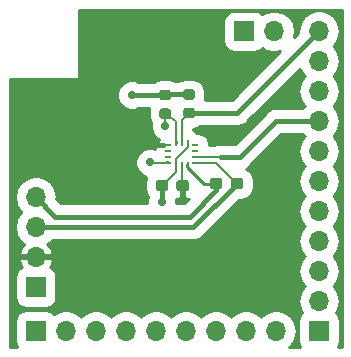
<source format=gbr>
G04 #@! TF.GenerationSoftware,KiCad,Pcbnew,(5.0.1)-3*
G04 #@! TF.CreationDate,2019-09-28T19:11:44-04:00*
G04 #@! TF.ProjectId,BMI160_Breakout,424D493136305F427265616B6F75742E,rev?*
G04 #@! TF.SameCoordinates,Original*
G04 #@! TF.FileFunction,Copper,L1,Top,Signal*
G04 #@! TF.FilePolarity,Positive*
%FSLAX46Y46*%
G04 Gerber Fmt 4.6, Leading zero omitted, Abs format (unit mm)*
G04 Created by KiCad (PCBNEW (5.0.1)-3) date 9/28/2019 7:11:45 PM*
%MOMM*%
%LPD*%
G01*
G04 APERTURE LIST*
G04 #@! TA.AperFunction,ComponentPad*
%ADD10O,1.700000X1.700000*%
G04 #@! TD*
G04 #@! TA.AperFunction,ComponentPad*
%ADD11R,1.700000X1.700000*%
G04 #@! TD*
G04 #@! TA.AperFunction,SMDPad,CuDef*
%ADD12R,0.250000X0.475000*%
G04 #@! TD*
G04 #@! TA.AperFunction,SMDPad,CuDef*
%ADD13R,0.475000X0.250000*%
G04 #@! TD*
G04 #@! TA.AperFunction,Conductor*
%ADD14C,0.100000*%
G04 #@! TD*
G04 #@! TA.AperFunction,SMDPad,CuDef*
%ADD15C,0.875000*%
G04 #@! TD*
G04 #@! TA.AperFunction,SMDPad,CuDef*
%ADD16C,0.950000*%
G04 #@! TD*
G04 #@! TA.AperFunction,ViaPad*
%ADD17C,0.700000*%
G04 #@! TD*
G04 #@! TA.AperFunction,Conductor*
%ADD18C,0.203200*%
G04 #@! TD*
G04 #@! TA.AperFunction,Conductor*
%ADD19C,0.457200*%
G04 #@! TD*
G04 #@! TA.AperFunction,Conductor*
%ADD20C,0.250000*%
G04 #@! TD*
G04 #@! TA.AperFunction,Conductor*
%ADD21C,0.254000*%
G04 #@! TD*
G04 APERTURE END LIST*
D10*
G04 #@! TO.P,J3,2*
G04 #@! TO.N,/SWDCLK*
X206230000Y-72330000D03*
D11*
G04 #@! TO.P,J3,1*
G04 #@! TO.N,/SWDIO*
X203690000Y-72330000D03*
G04 #@! TD*
D12*
G04 #@! TO.P,U1,14*
G04 #@! TO.N,/BMI_SDA*
X197900000Y-81788000D03*
G04 #@! TO.P,U1,13*
G04 #@! TO.N,/BMI_SCL*
X198400000Y-81788000D03*
G04 #@! TO.P,U1,12*
G04 #@! TO.N,DVDD*
X198900000Y-81788000D03*
D13*
G04 #@! TO.P,U1,11*
G04 #@! TO.N,Net-(U1-Pad11)*
X199562000Y-81950000D03*
G04 #@! TO.P,U1,10*
G04 #@! TO.N,Net-(U1-Pad10)*
X199562000Y-82450000D03*
G04 #@! TO.P,U1,9*
G04 #@! TO.N,/BMI_INT2*
X199562000Y-82950000D03*
G04 #@! TO.P,U1,8*
G04 #@! TO.N,AVDD*
X199562000Y-83450000D03*
D12*
G04 #@! TO.P,U1,7*
G04 #@! TO.N,AGND*
X198900000Y-83612000D03*
G04 #@! TO.P,U1,6*
G04 #@! TO.N,DGND*
X198400000Y-83612000D03*
G04 #@! TO.P,U1,5*
G04 #@! TO.N,DVDD*
X197900000Y-83612000D03*
D13*
G04 #@! TO.P,U1,4*
G04 #@! TO.N,/BMI_INT1*
X197238000Y-83450000D03*
G04 #@! TO.P,U1,3*
G04 #@! TO.N,Net-(U1-Pad3)*
X197238000Y-82950000D03*
G04 #@! TO.P,U1,2*
G04 #@! TO.N,Net-(U1-Pad2)*
X197238000Y-82450000D03*
G04 #@! TO.P,U1,1*
G04 #@! TO.N,DGND*
X197238000Y-81950000D03*
G04 #@! TD*
D14*
G04 #@! TO.N,DVDD*
G04 #@! TO.C,R1*
G36*
X197267691Y-77293553D02*
X197288926Y-77296703D01*
X197309750Y-77301919D01*
X197329962Y-77309151D01*
X197349368Y-77318330D01*
X197367781Y-77329366D01*
X197385024Y-77342154D01*
X197400930Y-77356570D01*
X197415346Y-77372476D01*
X197428134Y-77389719D01*
X197439170Y-77408132D01*
X197448349Y-77427538D01*
X197455581Y-77447750D01*
X197460797Y-77468574D01*
X197463947Y-77489809D01*
X197465000Y-77511250D01*
X197465000Y-77948750D01*
X197463947Y-77970191D01*
X197460797Y-77991426D01*
X197455581Y-78012250D01*
X197448349Y-78032462D01*
X197439170Y-78051868D01*
X197428134Y-78070281D01*
X197415346Y-78087524D01*
X197400930Y-78103430D01*
X197385024Y-78117846D01*
X197367781Y-78130634D01*
X197349368Y-78141670D01*
X197329962Y-78150849D01*
X197309750Y-78158081D01*
X197288926Y-78163297D01*
X197267691Y-78166447D01*
X197246250Y-78167500D01*
X196733750Y-78167500D01*
X196712309Y-78166447D01*
X196691074Y-78163297D01*
X196670250Y-78158081D01*
X196650038Y-78150849D01*
X196630632Y-78141670D01*
X196612219Y-78130634D01*
X196594976Y-78117846D01*
X196579070Y-78103430D01*
X196564654Y-78087524D01*
X196551866Y-78070281D01*
X196540830Y-78051868D01*
X196531651Y-78032462D01*
X196524419Y-78012250D01*
X196519203Y-77991426D01*
X196516053Y-77970191D01*
X196515000Y-77948750D01*
X196515000Y-77511250D01*
X196516053Y-77489809D01*
X196519203Y-77468574D01*
X196524419Y-77447750D01*
X196531651Y-77427538D01*
X196540830Y-77408132D01*
X196551866Y-77389719D01*
X196564654Y-77372476D01*
X196579070Y-77356570D01*
X196594976Y-77342154D01*
X196612219Y-77329366D01*
X196630632Y-77318330D01*
X196650038Y-77309151D01*
X196670250Y-77301919D01*
X196691074Y-77296703D01*
X196712309Y-77293553D01*
X196733750Y-77292500D01*
X197246250Y-77292500D01*
X197267691Y-77293553D01*
X197267691Y-77293553D01*
G37*
D15*
G04 #@! TD*
G04 #@! TO.P,R1,2*
G04 #@! TO.N,DVDD*
X196990000Y-77730000D03*
D14*
G04 #@! TO.N,/BMI_SDA*
G04 #@! TO.C,R1*
G36*
X197267691Y-78868553D02*
X197288926Y-78871703D01*
X197309750Y-78876919D01*
X197329962Y-78884151D01*
X197349368Y-78893330D01*
X197367781Y-78904366D01*
X197385024Y-78917154D01*
X197400930Y-78931570D01*
X197415346Y-78947476D01*
X197428134Y-78964719D01*
X197439170Y-78983132D01*
X197448349Y-79002538D01*
X197455581Y-79022750D01*
X197460797Y-79043574D01*
X197463947Y-79064809D01*
X197465000Y-79086250D01*
X197465000Y-79523750D01*
X197463947Y-79545191D01*
X197460797Y-79566426D01*
X197455581Y-79587250D01*
X197448349Y-79607462D01*
X197439170Y-79626868D01*
X197428134Y-79645281D01*
X197415346Y-79662524D01*
X197400930Y-79678430D01*
X197385024Y-79692846D01*
X197367781Y-79705634D01*
X197349368Y-79716670D01*
X197329962Y-79725849D01*
X197309750Y-79733081D01*
X197288926Y-79738297D01*
X197267691Y-79741447D01*
X197246250Y-79742500D01*
X196733750Y-79742500D01*
X196712309Y-79741447D01*
X196691074Y-79738297D01*
X196670250Y-79733081D01*
X196650038Y-79725849D01*
X196630632Y-79716670D01*
X196612219Y-79705634D01*
X196594976Y-79692846D01*
X196579070Y-79678430D01*
X196564654Y-79662524D01*
X196551866Y-79645281D01*
X196540830Y-79626868D01*
X196531651Y-79607462D01*
X196524419Y-79587250D01*
X196519203Y-79566426D01*
X196516053Y-79545191D01*
X196515000Y-79523750D01*
X196515000Y-79086250D01*
X196516053Y-79064809D01*
X196519203Y-79043574D01*
X196524419Y-79022750D01*
X196531651Y-79002538D01*
X196540830Y-78983132D01*
X196551866Y-78964719D01*
X196564654Y-78947476D01*
X196579070Y-78931570D01*
X196594976Y-78917154D01*
X196612219Y-78904366D01*
X196630632Y-78893330D01*
X196650038Y-78884151D01*
X196670250Y-78876919D01*
X196691074Y-78871703D01*
X196712309Y-78868553D01*
X196733750Y-78867500D01*
X197246250Y-78867500D01*
X197267691Y-78868553D01*
X197267691Y-78868553D01*
G37*
D15*
G04 #@! TD*
G04 #@! TO.P,R1,1*
G04 #@! TO.N,/BMI_SDA*
X196990000Y-79305000D03*
D14*
G04 #@! TO.N,AVDD*
G04 #@! TO.C,C1*
G36*
X203380779Y-84746144D02*
X203403834Y-84749563D01*
X203426443Y-84755227D01*
X203448387Y-84763079D01*
X203469457Y-84773044D01*
X203489448Y-84785026D01*
X203508168Y-84798910D01*
X203525438Y-84814562D01*
X203541090Y-84831832D01*
X203554974Y-84850552D01*
X203566956Y-84870543D01*
X203576921Y-84891613D01*
X203584773Y-84913557D01*
X203590437Y-84936166D01*
X203593856Y-84959221D01*
X203595000Y-84982500D01*
X203595000Y-85457500D01*
X203593856Y-85480779D01*
X203590437Y-85503834D01*
X203584773Y-85526443D01*
X203576921Y-85548387D01*
X203566956Y-85569457D01*
X203554974Y-85589448D01*
X203541090Y-85608168D01*
X203525438Y-85625438D01*
X203508168Y-85641090D01*
X203489448Y-85654974D01*
X203469457Y-85666956D01*
X203448387Y-85676921D01*
X203426443Y-85684773D01*
X203403834Y-85690437D01*
X203380779Y-85693856D01*
X203357500Y-85695000D01*
X202782500Y-85695000D01*
X202759221Y-85693856D01*
X202736166Y-85690437D01*
X202713557Y-85684773D01*
X202691613Y-85676921D01*
X202670543Y-85666956D01*
X202650552Y-85654974D01*
X202631832Y-85641090D01*
X202614562Y-85625438D01*
X202598910Y-85608168D01*
X202585026Y-85589448D01*
X202573044Y-85569457D01*
X202563079Y-85548387D01*
X202555227Y-85526443D01*
X202549563Y-85503834D01*
X202546144Y-85480779D01*
X202545000Y-85457500D01*
X202545000Y-84982500D01*
X202546144Y-84959221D01*
X202549563Y-84936166D01*
X202555227Y-84913557D01*
X202563079Y-84891613D01*
X202573044Y-84870543D01*
X202585026Y-84850552D01*
X202598910Y-84831832D01*
X202614562Y-84814562D01*
X202631832Y-84798910D01*
X202650552Y-84785026D01*
X202670543Y-84773044D01*
X202691613Y-84763079D01*
X202713557Y-84755227D01*
X202736166Y-84749563D01*
X202759221Y-84746144D01*
X202782500Y-84745000D01*
X203357500Y-84745000D01*
X203380779Y-84746144D01*
X203380779Y-84746144D01*
G37*
D16*
G04 #@! TD*
G04 #@! TO.P,C1,1*
G04 #@! TO.N,AVDD*
X203070000Y-85220000D03*
D14*
G04 #@! TO.N,AGND*
G04 #@! TO.C,C1*
G36*
X201630779Y-84746144D02*
X201653834Y-84749563D01*
X201676443Y-84755227D01*
X201698387Y-84763079D01*
X201719457Y-84773044D01*
X201739448Y-84785026D01*
X201758168Y-84798910D01*
X201775438Y-84814562D01*
X201791090Y-84831832D01*
X201804974Y-84850552D01*
X201816956Y-84870543D01*
X201826921Y-84891613D01*
X201834773Y-84913557D01*
X201840437Y-84936166D01*
X201843856Y-84959221D01*
X201845000Y-84982500D01*
X201845000Y-85457500D01*
X201843856Y-85480779D01*
X201840437Y-85503834D01*
X201834773Y-85526443D01*
X201826921Y-85548387D01*
X201816956Y-85569457D01*
X201804974Y-85589448D01*
X201791090Y-85608168D01*
X201775438Y-85625438D01*
X201758168Y-85641090D01*
X201739448Y-85654974D01*
X201719457Y-85666956D01*
X201698387Y-85676921D01*
X201676443Y-85684773D01*
X201653834Y-85690437D01*
X201630779Y-85693856D01*
X201607500Y-85695000D01*
X201032500Y-85695000D01*
X201009221Y-85693856D01*
X200986166Y-85690437D01*
X200963557Y-85684773D01*
X200941613Y-85676921D01*
X200920543Y-85666956D01*
X200900552Y-85654974D01*
X200881832Y-85641090D01*
X200864562Y-85625438D01*
X200848910Y-85608168D01*
X200835026Y-85589448D01*
X200823044Y-85569457D01*
X200813079Y-85548387D01*
X200805227Y-85526443D01*
X200799563Y-85503834D01*
X200796144Y-85480779D01*
X200795000Y-85457500D01*
X200795000Y-84982500D01*
X200796144Y-84959221D01*
X200799563Y-84936166D01*
X200805227Y-84913557D01*
X200813079Y-84891613D01*
X200823044Y-84870543D01*
X200835026Y-84850552D01*
X200848910Y-84831832D01*
X200864562Y-84814562D01*
X200881832Y-84798910D01*
X200900552Y-84785026D01*
X200920543Y-84773044D01*
X200941613Y-84763079D01*
X200963557Y-84755227D01*
X200986166Y-84749563D01*
X201009221Y-84746144D01*
X201032500Y-84745000D01*
X201607500Y-84745000D01*
X201630779Y-84746144D01*
X201630779Y-84746144D01*
G37*
D16*
G04 #@! TD*
G04 #@! TO.P,C1,2*
G04 #@! TO.N,AGND*
X201320000Y-85220000D03*
D14*
G04 #@! TO.N,DVDD*
G04 #@! TO.C,C2*
G36*
X197030779Y-84916144D02*
X197053834Y-84919563D01*
X197076443Y-84925227D01*
X197098387Y-84933079D01*
X197119457Y-84943044D01*
X197139448Y-84955026D01*
X197158168Y-84968910D01*
X197175438Y-84984562D01*
X197191090Y-85001832D01*
X197204974Y-85020552D01*
X197216956Y-85040543D01*
X197226921Y-85061613D01*
X197234773Y-85083557D01*
X197240437Y-85106166D01*
X197243856Y-85129221D01*
X197245000Y-85152500D01*
X197245000Y-85627500D01*
X197243856Y-85650779D01*
X197240437Y-85673834D01*
X197234773Y-85696443D01*
X197226921Y-85718387D01*
X197216956Y-85739457D01*
X197204974Y-85759448D01*
X197191090Y-85778168D01*
X197175438Y-85795438D01*
X197158168Y-85811090D01*
X197139448Y-85824974D01*
X197119457Y-85836956D01*
X197098387Y-85846921D01*
X197076443Y-85854773D01*
X197053834Y-85860437D01*
X197030779Y-85863856D01*
X197007500Y-85865000D01*
X196432500Y-85865000D01*
X196409221Y-85863856D01*
X196386166Y-85860437D01*
X196363557Y-85854773D01*
X196341613Y-85846921D01*
X196320543Y-85836956D01*
X196300552Y-85824974D01*
X196281832Y-85811090D01*
X196264562Y-85795438D01*
X196248910Y-85778168D01*
X196235026Y-85759448D01*
X196223044Y-85739457D01*
X196213079Y-85718387D01*
X196205227Y-85696443D01*
X196199563Y-85673834D01*
X196196144Y-85650779D01*
X196195000Y-85627500D01*
X196195000Y-85152500D01*
X196196144Y-85129221D01*
X196199563Y-85106166D01*
X196205227Y-85083557D01*
X196213079Y-85061613D01*
X196223044Y-85040543D01*
X196235026Y-85020552D01*
X196248910Y-85001832D01*
X196264562Y-84984562D01*
X196281832Y-84968910D01*
X196300552Y-84955026D01*
X196320543Y-84943044D01*
X196341613Y-84933079D01*
X196363557Y-84925227D01*
X196386166Y-84919563D01*
X196409221Y-84916144D01*
X196432500Y-84915000D01*
X197007500Y-84915000D01*
X197030779Y-84916144D01*
X197030779Y-84916144D01*
G37*
D16*
G04 #@! TD*
G04 #@! TO.P,C2,2*
G04 #@! TO.N,DVDD*
X196720000Y-85390000D03*
D14*
G04 #@! TO.N,DGND*
G04 #@! TO.C,C2*
G36*
X198780779Y-84916144D02*
X198803834Y-84919563D01*
X198826443Y-84925227D01*
X198848387Y-84933079D01*
X198869457Y-84943044D01*
X198889448Y-84955026D01*
X198908168Y-84968910D01*
X198925438Y-84984562D01*
X198941090Y-85001832D01*
X198954974Y-85020552D01*
X198966956Y-85040543D01*
X198976921Y-85061613D01*
X198984773Y-85083557D01*
X198990437Y-85106166D01*
X198993856Y-85129221D01*
X198995000Y-85152500D01*
X198995000Y-85627500D01*
X198993856Y-85650779D01*
X198990437Y-85673834D01*
X198984773Y-85696443D01*
X198976921Y-85718387D01*
X198966956Y-85739457D01*
X198954974Y-85759448D01*
X198941090Y-85778168D01*
X198925438Y-85795438D01*
X198908168Y-85811090D01*
X198889448Y-85824974D01*
X198869457Y-85836956D01*
X198848387Y-85846921D01*
X198826443Y-85854773D01*
X198803834Y-85860437D01*
X198780779Y-85863856D01*
X198757500Y-85865000D01*
X198182500Y-85865000D01*
X198159221Y-85863856D01*
X198136166Y-85860437D01*
X198113557Y-85854773D01*
X198091613Y-85846921D01*
X198070543Y-85836956D01*
X198050552Y-85824974D01*
X198031832Y-85811090D01*
X198014562Y-85795438D01*
X197998910Y-85778168D01*
X197985026Y-85759448D01*
X197973044Y-85739457D01*
X197963079Y-85718387D01*
X197955227Y-85696443D01*
X197949563Y-85673834D01*
X197946144Y-85650779D01*
X197945000Y-85627500D01*
X197945000Y-85152500D01*
X197946144Y-85129221D01*
X197949563Y-85106166D01*
X197955227Y-85083557D01*
X197963079Y-85061613D01*
X197973044Y-85040543D01*
X197985026Y-85020552D01*
X197998910Y-85001832D01*
X198014562Y-84984562D01*
X198031832Y-84968910D01*
X198050552Y-84955026D01*
X198070543Y-84943044D01*
X198091613Y-84933079D01*
X198113557Y-84925227D01*
X198136166Y-84919563D01*
X198159221Y-84916144D01*
X198182500Y-84915000D01*
X198757500Y-84915000D01*
X198780779Y-84916144D01*
X198780779Y-84916144D01*
G37*
D16*
G04 #@! TD*
G04 #@! TO.P,C2,1*
G04 #@! TO.N,DGND*
X198470000Y-85390000D03*
D14*
G04 #@! TO.N,/BMI_SCL*
G04 #@! TO.C,R2*
G36*
X199297691Y-78818553D02*
X199318926Y-78821703D01*
X199339750Y-78826919D01*
X199359962Y-78834151D01*
X199379368Y-78843330D01*
X199397781Y-78854366D01*
X199415024Y-78867154D01*
X199430930Y-78881570D01*
X199445346Y-78897476D01*
X199458134Y-78914719D01*
X199469170Y-78933132D01*
X199478349Y-78952538D01*
X199485581Y-78972750D01*
X199490797Y-78993574D01*
X199493947Y-79014809D01*
X199495000Y-79036250D01*
X199495000Y-79473750D01*
X199493947Y-79495191D01*
X199490797Y-79516426D01*
X199485581Y-79537250D01*
X199478349Y-79557462D01*
X199469170Y-79576868D01*
X199458134Y-79595281D01*
X199445346Y-79612524D01*
X199430930Y-79628430D01*
X199415024Y-79642846D01*
X199397781Y-79655634D01*
X199379368Y-79666670D01*
X199359962Y-79675849D01*
X199339750Y-79683081D01*
X199318926Y-79688297D01*
X199297691Y-79691447D01*
X199276250Y-79692500D01*
X198763750Y-79692500D01*
X198742309Y-79691447D01*
X198721074Y-79688297D01*
X198700250Y-79683081D01*
X198680038Y-79675849D01*
X198660632Y-79666670D01*
X198642219Y-79655634D01*
X198624976Y-79642846D01*
X198609070Y-79628430D01*
X198594654Y-79612524D01*
X198581866Y-79595281D01*
X198570830Y-79576868D01*
X198561651Y-79557462D01*
X198554419Y-79537250D01*
X198549203Y-79516426D01*
X198546053Y-79495191D01*
X198545000Y-79473750D01*
X198545000Y-79036250D01*
X198546053Y-79014809D01*
X198549203Y-78993574D01*
X198554419Y-78972750D01*
X198561651Y-78952538D01*
X198570830Y-78933132D01*
X198581866Y-78914719D01*
X198594654Y-78897476D01*
X198609070Y-78881570D01*
X198624976Y-78867154D01*
X198642219Y-78854366D01*
X198660632Y-78843330D01*
X198680038Y-78834151D01*
X198700250Y-78826919D01*
X198721074Y-78821703D01*
X198742309Y-78818553D01*
X198763750Y-78817500D01*
X199276250Y-78817500D01*
X199297691Y-78818553D01*
X199297691Y-78818553D01*
G37*
D15*
G04 #@! TD*
G04 #@! TO.P,R2,1*
G04 #@! TO.N,/BMI_SCL*
X199020000Y-79255000D03*
D14*
G04 #@! TO.N,DVDD*
G04 #@! TO.C,R2*
G36*
X199297691Y-77243553D02*
X199318926Y-77246703D01*
X199339750Y-77251919D01*
X199359962Y-77259151D01*
X199379368Y-77268330D01*
X199397781Y-77279366D01*
X199415024Y-77292154D01*
X199430930Y-77306570D01*
X199445346Y-77322476D01*
X199458134Y-77339719D01*
X199469170Y-77358132D01*
X199478349Y-77377538D01*
X199485581Y-77397750D01*
X199490797Y-77418574D01*
X199493947Y-77439809D01*
X199495000Y-77461250D01*
X199495000Y-77898750D01*
X199493947Y-77920191D01*
X199490797Y-77941426D01*
X199485581Y-77962250D01*
X199478349Y-77982462D01*
X199469170Y-78001868D01*
X199458134Y-78020281D01*
X199445346Y-78037524D01*
X199430930Y-78053430D01*
X199415024Y-78067846D01*
X199397781Y-78080634D01*
X199379368Y-78091670D01*
X199359962Y-78100849D01*
X199339750Y-78108081D01*
X199318926Y-78113297D01*
X199297691Y-78116447D01*
X199276250Y-78117500D01*
X198763750Y-78117500D01*
X198742309Y-78116447D01*
X198721074Y-78113297D01*
X198700250Y-78108081D01*
X198680038Y-78100849D01*
X198660632Y-78091670D01*
X198642219Y-78080634D01*
X198624976Y-78067846D01*
X198609070Y-78053430D01*
X198594654Y-78037524D01*
X198581866Y-78020281D01*
X198570830Y-78001868D01*
X198561651Y-77982462D01*
X198554419Y-77962250D01*
X198549203Y-77941426D01*
X198546053Y-77920191D01*
X198545000Y-77898750D01*
X198545000Y-77461250D01*
X198546053Y-77439809D01*
X198549203Y-77418574D01*
X198554419Y-77397750D01*
X198561651Y-77377538D01*
X198570830Y-77358132D01*
X198581866Y-77339719D01*
X198594654Y-77322476D01*
X198609070Y-77306570D01*
X198624976Y-77292154D01*
X198642219Y-77279366D01*
X198660632Y-77268330D01*
X198680038Y-77259151D01*
X198700250Y-77251919D01*
X198721074Y-77246703D01*
X198742309Y-77243553D01*
X198763750Y-77242500D01*
X199276250Y-77242500D01*
X199297691Y-77243553D01*
X199297691Y-77243553D01*
G37*
D15*
G04 #@! TD*
G04 #@! TO.P,R2,2*
G04 #@! TO.N,DVDD*
X199020000Y-77680000D03*
D11*
G04 #@! TO.P,J3,1*
G04 #@! TO.N,/P02*
X186050000Y-97710000D03*
D10*
G04 #@! TO.P,J3,2*
G04 #@! TO.N,/LOAD_SW_CTRL*
X188590000Y-97710000D03*
G04 #@! TO.P,J3,3*
G04 #@! TO.N,/AIN_BAT_DIV_VOLTAGE*
X191130000Y-97710000D03*
G04 #@! TO.P,J3,4*
G04 #@! TO.N,/P05*
X193670000Y-97710000D03*
G04 #@! TO.P,J3,5*
G04 #@! TO.N,/P06*
X196210000Y-97710000D03*
G04 #@! TO.P,J3,6*
G04 #@! TO.N,/P07*
X198750000Y-97710000D03*
G04 #@! TO.P,J3,7*
G04 #@! TO.N,/P08*
X201290000Y-97710000D03*
G04 #@! TO.P,J3,8*
G04 #@! TO.N,/P09*
X203830000Y-97710000D03*
G04 #@! TO.P,J3,9*
G04 #@! TO.N,/P10*
X206370000Y-97710000D03*
G04 #@! TD*
D11*
G04 #@! TO.P,J2,1*
G04 #@! TO.N,DVDD*
X186040000Y-93980000D03*
D10*
G04 #@! TO.P,J2,2*
G04 #@! TO.N,DGND*
X186040000Y-91440000D03*
G04 #@! TO.P,J2,3*
G04 #@! TO.N,AVDD*
X186040000Y-88900000D03*
G04 #@! TO.P,J2,4*
G04 #@! TO.N,AGND*
X186040000Y-86360000D03*
G04 #@! TD*
D11*
G04 #@! TO.P,J2,1*
G04 #@! TO.N,/MAX30003_CSB*
X210024000Y-97710000D03*
D10*
G04 #@! TO.P,J2,2*
G04 #@! TO.N,/MAX30003_SCLK*
X210024000Y-95170000D03*
G04 #@! TO.P,J2,3*
G04 #@! TO.N,/MAX30003_SDI*
X210024000Y-92630000D03*
G04 #@! TO.P,J2,4*
G04 #@! TO.N,/MAX30003_SDO*
X210024000Y-90090000D03*
G04 #@! TO.P,J2,5*
G04 #@! TO.N,/MAX30003_INT2*
X210024000Y-87550000D03*
G04 #@! TO.P,J2,6*
G04 #@! TO.N,/MAX30003_INT*
X210024000Y-85010000D03*
G04 #@! TO.P,J2,7*
G04 #@! TO.N,/P17*
X210024000Y-82470000D03*
G04 #@! TO.P,J2,8*
G04 #@! TO.N,/BMI_INT2*
X210024000Y-79930000D03*
G04 #@! TO.P,J2,9*
G04 #@! TO.N,/BMI_INT1*
X210024000Y-77390000D03*
G04 #@! TO.P,J2,10*
G04 #@! TO.N,/BMI_SDA*
X210024000Y-74850000D03*
G04 #@! TO.P,J2,11*
G04 #@! TO.N,/BMI_SCL*
X210024000Y-72310000D03*
G04 #@! TD*
D17*
G04 #@! TO.N,DGND*
X198450000Y-86730000D03*
X203320000Y-80700000D03*
G04 #@! TO.N,/BMI_SDA*
X197020000Y-80360000D03*
G04 #@! TO.N,/BMI_INT1*
X195710000Y-83440000D03*
G04 #@! TO.N,DVDD*
X196710000Y-86800000D03*
X194170000Y-77730000D03*
G04 #@! TD*
D18*
G04 #@! TO.N,DGND*
X198400000Y-85320000D02*
X198470000Y-85390000D01*
X198400000Y-83612000D02*
X198400000Y-85320000D01*
D19*
X198470000Y-85390000D02*
X198470000Y-86710000D01*
X198470000Y-86710000D02*
X198450000Y-86730000D01*
D18*
X197238000Y-81950000D02*
X196797300Y-81950000D01*
D19*
X196797300Y-81950000D02*
X195710000Y-81950000D01*
D20*
G04 #@! TO.N,/BMI_SDA*
X197880000Y-81655000D02*
X197880000Y-81775000D01*
D18*
X197880000Y-79890000D02*
X196990000Y-79305000D01*
X197900000Y-81788000D02*
X197880000Y-79890000D01*
X196990000Y-79305000D02*
X196990000Y-80330000D01*
X196990000Y-80330000D02*
X197020000Y-80360000D01*
G04 #@! TO.N,/BMI_SCL*
X198400000Y-79875000D02*
X199020000Y-79255000D01*
X198400000Y-81788000D02*
X198400000Y-79875000D01*
D19*
X203079000Y-79255000D02*
X199020000Y-79255000D01*
X210024000Y-72310000D02*
X203079000Y-79255000D01*
D20*
G04 #@! TO.N,/BMI_INT1*
X197095000Y-83440000D02*
X197215000Y-83440000D01*
D18*
X197238000Y-83450000D02*
X196797300Y-83450000D01*
X196797300Y-83450000D02*
X195720000Y-83450000D01*
X195720000Y-83450000D02*
X195710000Y-83440000D01*
D19*
G04 #@! TO.N,/BMI_INT2*
X210024000Y-79930000D02*
X206370000Y-79930000D01*
X206370000Y-79930000D02*
X203350000Y-82950000D01*
X203350000Y-82950000D02*
X201690000Y-82950000D01*
D18*
X199562000Y-82950000D02*
X201690000Y-82950000D01*
D20*
G04 #@! TO.N,AGND*
X200695000Y-85220000D02*
X201320000Y-85220000D01*
X200269998Y-85220000D02*
X200695000Y-85220000D01*
X198880000Y-83830002D02*
X200269998Y-85220000D01*
X198880000Y-83605000D02*
X198880000Y-83830002D01*
D19*
X201320000Y-85795000D02*
X199095000Y-88020000D01*
X201320000Y-85220000D02*
X201320000Y-85795000D01*
X187700000Y-88020000D02*
X186040000Y-86360000D01*
X199095000Y-88020000D02*
X187700000Y-88020000D01*
D18*
G04 #@! TO.N,DVDD*
X197900000Y-84210000D02*
X196720000Y-85390000D01*
X197900000Y-83612000D02*
X197900000Y-84210000D01*
X198900000Y-82107702D02*
X198900000Y-81788000D01*
X197900000Y-83107702D02*
X198900000Y-82107702D01*
X197900000Y-83612000D02*
X197900000Y-83107702D01*
D19*
X196720000Y-85390000D02*
X196720000Y-86790000D01*
X196720000Y-86790000D02*
X196710000Y-86800000D01*
X197040000Y-77680000D02*
X196990000Y-77730000D01*
X199020000Y-77680000D02*
X197040000Y-77680000D01*
X196990000Y-77730000D02*
X196415000Y-77730000D01*
X196415000Y-77730000D02*
X194170000Y-77730000D01*
D18*
G04 #@! TO.N,AVDD*
X201300000Y-83450000D02*
X203070000Y-85220000D01*
X199562000Y-83450000D02*
X201300000Y-83450000D01*
D19*
X199390000Y-88900000D02*
X186040000Y-88900000D01*
X203070000Y-85220000D02*
X199390000Y-88900000D01*
G04 #@! TD*
D21*
G04 #@! TO.N,DGND*
G36*
X211931001Y-99061000D02*
X211608433Y-99061000D01*
X211711419Y-98906870D01*
X211780416Y-98560000D01*
X211780416Y-96860000D01*
X211711419Y-96513130D01*
X211514933Y-96219067D01*
X211445508Y-96172679D01*
X211662102Y-95848524D01*
X211797069Y-95170000D01*
X211662102Y-94491476D01*
X211277749Y-93916251D01*
X211253428Y-93900000D01*
X211277749Y-93883749D01*
X211662102Y-93308524D01*
X211797069Y-92630000D01*
X211662102Y-91951476D01*
X211277749Y-91376251D01*
X211253428Y-91360000D01*
X211277749Y-91343749D01*
X211662102Y-90768524D01*
X211797069Y-90090000D01*
X211662102Y-89411476D01*
X211277749Y-88836251D01*
X211253428Y-88820000D01*
X211277749Y-88803749D01*
X211662102Y-88228524D01*
X211797069Y-87550000D01*
X211662102Y-86871476D01*
X211277749Y-86296251D01*
X211253428Y-86280000D01*
X211277749Y-86263749D01*
X211662102Y-85688524D01*
X211797069Y-85010000D01*
X211662102Y-84331476D01*
X211277749Y-83756251D01*
X211253428Y-83740000D01*
X211277749Y-83723749D01*
X211662102Y-83148524D01*
X211797069Y-82470000D01*
X211662102Y-81791476D01*
X211277749Y-81216251D01*
X211253428Y-81200000D01*
X211277749Y-81183749D01*
X211662102Y-80608524D01*
X211797069Y-79930000D01*
X211662102Y-79251476D01*
X211277749Y-78676251D01*
X211253428Y-78660000D01*
X211277749Y-78643749D01*
X211662102Y-78068524D01*
X211797069Y-77390000D01*
X211662102Y-76711476D01*
X211277749Y-76136251D01*
X211253428Y-76120000D01*
X211277749Y-76103749D01*
X211662102Y-75528524D01*
X211797069Y-74850000D01*
X211662102Y-74171476D01*
X211277749Y-73596251D01*
X211253428Y-73580000D01*
X211277749Y-73563749D01*
X211662102Y-72988524D01*
X211797069Y-72310000D01*
X211662102Y-71631476D01*
X211277749Y-71056251D01*
X210702524Y-70671898D01*
X210195276Y-70571000D01*
X209852724Y-70571000D01*
X209345476Y-70671898D01*
X208770251Y-71056251D01*
X208385898Y-71631476D01*
X208250931Y-72310000D01*
X208282876Y-72470599D01*
X207898681Y-72854794D01*
X208003069Y-72330000D01*
X207868102Y-71651476D01*
X207483749Y-71076251D01*
X206908524Y-70691898D01*
X206401276Y-70591000D01*
X206058724Y-70591000D01*
X205551476Y-70691898D01*
X205227321Y-70908492D01*
X205180933Y-70839067D01*
X204886870Y-70642581D01*
X204540000Y-70573584D01*
X202840000Y-70573584D01*
X202493130Y-70642581D01*
X202199067Y-70839067D01*
X202002581Y-71133130D01*
X201933584Y-71480000D01*
X201933584Y-73180000D01*
X202002581Y-73526870D01*
X202199067Y-73820933D01*
X202493130Y-74017419D01*
X202840000Y-74086416D01*
X204540000Y-74086416D01*
X204886870Y-74017419D01*
X205180933Y-73820933D01*
X205227321Y-73751508D01*
X205551476Y-73968102D01*
X206058724Y-74069000D01*
X206401276Y-74069000D01*
X206754795Y-73998681D01*
X202616076Y-78137400D01*
X200353946Y-78137400D01*
X200401416Y-77898750D01*
X200401416Y-77461250D01*
X200315768Y-77030668D01*
X200071863Y-76665637D01*
X199706832Y-76421732D01*
X199276250Y-76336084D01*
X198763750Y-76336084D01*
X198333168Y-76421732D01*
X198122643Y-76562400D01*
X197812527Y-76562400D01*
X197676832Y-76471732D01*
X197246250Y-76386084D01*
X196733750Y-76386084D01*
X196303168Y-76471732D01*
X196092643Y-76612400D01*
X194709537Y-76612400D01*
X194416452Y-76491000D01*
X193923548Y-76491000D01*
X193468163Y-76679627D01*
X193119627Y-77028163D01*
X192931000Y-77483548D01*
X192931000Y-77976452D01*
X193119627Y-78431837D01*
X193468163Y-78780373D01*
X193923548Y-78969000D01*
X194416452Y-78969000D01*
X194709537Y-78847600D01*
X195656054Y-78847600D01*
X195608584Y-79086250D01*
X195608584Y-79523750D01*
X195694232Y-79954332D01*
X195788507Y-80095425D01*
X195781000Y-80113548D01*
X195781000Y-80606452D01*
X195969627Y-81061837D01*
X196318163Y-81410373D01*
X196460504Y-81469332D01*
X196376146Y-81672989D01*
X196359567Y-81684067D01*
X196163081Y-81978130D01*
X196106395Y-82263109D01*
X195956452Y-82201000D01*
X195463548Y-82201000D01*
X195008163Y-82389627D01*
X194659627Y-82738163D01*
X194471000Y-83193548D01*
X194471000Y-83686452D01*
X194659627Y-84141837D01*
X195008163Y-84490373D01*
X195413416Y-84658235D01*
X195375659Y-84714742D01*
X195288584Y-85152500D01*
X195288584Y-85627500D01*
X195375659Y-86065258D01*
X195559371Y-86340202D01*
X195471000Y-86553548D01*
X195471000Y-86902400D01*
X188162925Y-86902400D01*
X187781124Y-86520599D01*
X187813069Y-86360000D01*
X187678102Y-85681476D01*
X187293749Y-85106251D01*
X186718524Y-84721898D01*
X186211276Y-84621000D01*
X185868724Y-84621000D01*
X185361476Y-84721898D01*
X184786251Y-85106251D01*
X184401898Y-85681476D01*
X184266931Y-86360000D01*
X184401898Y-87038524D01*
X184786251Y-87613749D01*
X184810572Y-87630000D01*
X184786251Y-87646251D01*
X184401898Y-88221476D01*
X184266931Y-88900000D01*
X184401898Y-89578524D01*
X184786251Y-90153749D01*
X185069286Y-90342867D01*
X184768355Y-90673076D01*
X184598524Y-91083110D01*
X184719845Y-91313000D01*
X185913000Y-91313000D01*
X185913000Y-91293000D01*
X186167000Y-91293000D01*
X186167000Y-91313000D01*
X187360155Y-91313000D01*
X187481476Y-91083110D01*
X187311645Y-90673076D01*
X187010714Y-90342867D01*
X187293749Y-90153749D01*
X187384721Y-90017600D01*
X199279927Y-90017600D01*
X199390000Y-90039495D01*
X199500073Y-90017600D01*
X199826066Y-89952756D01*
X200195745Y-89705745D01*
X200258100Y-89612424D01*
X203269109Y-86601416D01*
X203357500Y-86601416D01*
X203795258Y-86514341D01*
X204166371Y-86266371D01*
X204414341Y-85895258D01*
X204501416Y-85457500D01*
X204501416Y-84982500D01*
X204414341Y-84544742D01*
X204166371Y-84173629D01*
X203848354Y-83961137D01*
X204155745Y-83755745D01*
X204218100Y-83662424D01*
X206832925Y-81047600D01*
X208679279Y-81047600D01*
X208770251Y-81183749D01*
X208794572Y-81200000D01*
X208770251Y-81216251D01*
X208385898Y-81791476D01*
X208250931Y-82470000D01*
X208385898Y-83148524D01*
X208770251Y-83723749D01*
X208794572Y-83740000D01*
X208770251Y-83756251D01*
X208385898Y-84331476D01*
X208250931Y-85010000D01*
X208385898Y-85688524D01*
X208770251Y-86263749D01*
X208794572Y-86280000D01*
X208770251Y-86296251D01*
X208385898Y-86871476D01*
X208250931Y-87550000D01*
X208385898Y-88228524D01*
X208770251Y-88803749D01*
X208794572Y-88820000D01*
X208770251Y-88836251D01*
X208385898Y-89411476D01*
X208250931Y-90090000D01*
X208385898Y-90768524D01*
X208770251Y-91343749D01*
X208794572Y-91360000D01*
X208770251Y-91376251D01*
X208385898Y-91951476D01*
X208250931Y-92630000D01*
X208385898Y-93308524D01*
X208770251Y-93883749D01*
X208794572Y-93900000D01*
X208770251Y-93916251D01*
X208385898Y-94491476D01*
X208250931Y-95170000D01*
X208385898Y-95848524D01*
X208602492Y-96172679D01*
X208533067Y-96219067D01*
X208336581Y-96513130D01*
X208267584Y-96860000D01*
X208267584Y-98560000D01*
X208336581Y-98906870D01*
X208439567Y-99061000D01*
X207478203Y-99061000D01*
X207623749Y-98963749D01*
X208008102Y-98388524D01*
X208143069Y-97710000D01*
X208008102Y-97031476D01*
X207623749Y-96456251D01*
X207048524Y-96071898D01*
X206541276Y-95971000D01*
X206198724Y-95971000D01*
X205691476Y-96071898D01*
X205116251Y-96456251D01*
X205100000Y-96480572D01*
X205083749Y-96456251D01*
X204508524Y-96071898D01*
X204001276Y-95971000D01*
X203658724Y-95971000D01*
X203151476Y-96071898D01*
X202576251Y-96456251D01*
X202560000Y-96480572D01*
X202543749Y-96456251D01*
X201968524Y-96071898D01*
X201461276Y-95971000D01*
X201118724Y-95971000D01*
X200611476Y-96071898D01*
X200036251Y-96456251D01*
X200020000Y-96480572D01*
X200003749Y-96456251D01*
X199428524Y-96071898D01*
X198921276Y-95971000D01*
X198578724Y-95971000D01*
X198071476Y-96071898D01*
X197496251Y-96456251D01*
X197480000Y-96480572D01*
X197463749Y-96456251D01*
X196888524Y-96071898D01*
X196381276Y-95971000D01*
X196038724Y-95971000D01*
X195531476Y-96071898D01*
X194956251Y-96456251D01*
X194940000Y-96480572D01*
X194923749Y-96456251D01*
X194348524Y-96071898D01*
X193841276Y-95971000D01*
X193498724Y-95971000D01*
X192991476Y-96071898D01*
X192416251Y-96456251D01*
X192400000Y-96480572D01*
X192383749Y-96456251D01*
X191808524Y-96071898D01*
X191301276Y-95971000D01*
X190958724Y-95971000D01*
X190451476Y-96071898D01*
X189876251Y-96456251D01*
X189860000Y-96480572D01*
X189843749Y-96456251D01*
X189268524Y-96071898D01*
X188761276Y-95971000D01*
X188418724Y-95971000D01*
X187911476Y-96071898D01*
X187587321Y-96288492D01*
X187540933Y-96219067D01*
X187246870Y-96022581D01*
X186900000Y-95953584D01*
X185200000Y-95953584D01*
X184853130Y-96022581D01*
X184559067Y-96219067D01*
X184362581Y-96513130D01*
X184293584Y-96860000D01*
X184293584Y-98560000D01*
X184362581Y-98906870D01*
X184465567Y-99061000D01*
X183849000Y-99061000D01*
X183849000Y-93130000D01*
X184283584Y-93130000D01*
X184283584Y-94830000D01*
X184352581Y-95176870D01*
X184549067Y-95470933D01*
X184843130Y-95667419D01*
X185190000Y-95736416D01*
X186890000Y-95736416D01*
X187236870Y-95667419D01*
X187530933Y-95470933D01*
X187727419Y-95176870D01*
X187796416Y-94830000D01*
X187796416Y-93130000D01*
X187727419Y-92783130D01*
X187530933Y-92489067D01*
X187236870Y-92292581D01*
X187234087Y-92292027D01*
X187311645Y-92206924D01*
X187481476Y-91796890D01*
X187360155Y-91567000D01*
X186167000Y-91567000D01*
X186167000Y-91587000D01*
X185913000Y-91587000D01*
X185913000Y-91567000D01*
X184719845Y-91567000D01*
X184598524Y-91796890D01*
X184768355Y-92206924D01*
X184845913Y-92292027D01*
X184843130Y-92292581D01*
X184549067Y-92489067D01*
X184352581Y-92783130D01*
X184283584Y-93130000D01*
X183849000Y-93130000D01*
X183849000Y-76357000D01*
X189550000Y-76357000D01*
X189598601Y-76347333D01*
X189639803Y-76319803D01*
X189667333Y-76278601D01*
X189677000Y-76230000D01*
X189677000Y-70529000D01*
X211931000Y-70529000D01*
X211931001Y-99061000D01*
X211931001Y-99061000D01*
G37*
X211931001Y-99061000D02*
X211608433Y-99061000D01*
X211711419Y-98906870D01*
X211780416Y-98560000D01*
X211780416Y-96860000D01*
X211711419Y-96513130D01*
X211514933Y-96219067D01*
X211445508Y-96172679D01*
X211662102Y-95848524D01*
X211797069Y-95170000D01*
X211662102Y-94491476D01*
X211277749Y-93916251D01*
X211253428Y-93900000D01*
X211277749Y-93883749D01*
X211662102Y-93308524D01*
X211797069Y-92630000D01*
X211662102Y-91951476D01*
X211277749Y-91376251D01*
X211253428Y-91360000D01*
X211277749Y-91343749D01*
X211662102Y-90768524D01*
X211797069Y-90090000D01*
X211662102Y-89411476D01*
X211277749Y-88836251D01*
X211253428Y-88820000D01*
X211277749Y-88803749D01*
X211662102Y-88228524D01*
X211797069Y-87550000D01*
X211662102Y-86871476D01*
X211277749Y-86296251D01*
X211253428Y-86280000D01*
X211277749Y-86263749D01*
X211662102Y-85688524D01*
X211797069Y-85010000D01*
X211662102Y-84331476D01*
X211277749Y-83756251D01*
X211253428Y-83740000D01*
X211277749Y-83723749D01*
X211662102Y-83148524D01*
X211797069Y-82470000D01*
X211662102Y-81791476D01*
X211277749Y-81216251D01*
X211253428Y-81200000D01*
X211277749Y-81183749D01*
X211662102Y-80608524D01*
X211797069Y-79930000D01*
X211662102Y-79251476D01*
X211277749Y-78676251D01*
X211253428Y-78660000D01*
X211277749Y-78643749D01*
X211662102Y-78068524D01*
X211797069Y-77390000D01*
X211662102Y-76711476D01*
X211277749Y-76136251D01*
X211253428Y-76120000D01*
X211277749Y-76103749D01*
X211662102Y-75528524D01*
X211797069Y-74850000D01*
X211662102Y-74171476D01*
X211277749Y-73596251D01*
X211253428Y-73580000D01*
X211277749Y-73563749D01*
X211662102Y-72988524D01*
X211797069Y-72310000D01*
X211662102Y-71631476D01*
X211277749Y-71056251D01*
X210702524Y-70671898D01*
X210195276Y-70571000D01*
X209852724Y-70571000D01*
X209345476Y-70671898D01*
X208770251Y-71056251D01*
X208385898Y-71631476D01*
X208250931Y-72310000D01*
X208282876Y-72470599D01*
X207898681Y-72854794D01*
X208003069Y-72330000D01*
X207868102Y-71651476D01*
X207483749Y-71076251D01*
X206908524Y-70691898D01*
X206401276Y-70591000D01*
X206058724Y-70591000D01*
X205551476Y-70691898D01*
X205227321Y-70908492D01*
X205180933Y-70839067D01*
X204886870Y-70642581D01*
X204540000Y-70573584D01*
X202840000Y-70573584D01*
X202493130Y-70642581D01*
X202199067Y-70839067D01*
X202002581Y-71133130D01*
X201933584Y-71480000D01*
X201933584Y-73180000D01*
X202002581Y-73526870D01*
X202199067Y-73820933D01*
X202493130Y-74017419D01*
X202840000Y-74086416D01*
X204540000Y-74086416D01*
X204886870Y-74017419D01*
X205180933Y-73820933D01*
X205227321Y-73751508D01*
X205551476Y-73968102D01*
X206058724Y-74069000D01*
X206401276Y-74069000D01*
X206754795Y-73998681D01*
X202616076Y-78137400D01*
X200353946Y-78137400D01*
X200401416Y-77898750D01*
X200401416Y-77461250D01*
X200315768Y-77030668D01*
X200071863Y-76665637D01*
X199706832Y-76421732D01*
X199276250Y-76336084D01*
X198763750Y-76336084D01*
X198333168Y-76421732D01*
X198122643Y-76562400D01*
X197812527Y-76562400D01*
X197676832Y-76471732D01*
X197246250Y-76386084D01*
X196733750Y-76386084D01*
X196303168Y-76471732D01*
X196092643Y-76612400D01*
X194709537Y-76612400D01*
X194416452Y-76491000D01*
X193923548Y-76491000D01*
X193468163Y-76679627D01*
X193119627Y-77028163D01*
X192931000Y-77483548D01*
X192931000Y-77976452D01*
X193119627Y-78431837D01*
X193468163Y-78780373D01*
X193923548Y-78969000D01*
X194416452Y-78969000D01*
X194709537Y-78847600D01*
X195656054Y-78847600D01*
X195608584Y-79086250D01*
X195608584Y-79523750D01*
X195694232Y-79954332D01*
X195788507Y-80095425D01*
X195781000Y-80113548D01*
X195781000Y-80606452D01*
X195969627Y-81061837D01*
X196318163Y-81410373D01*
X196460504Y-81469332D01*
X196376146Y-81672989D01*
X196359567Y-81684067D01*
X196163081Y-81978130D01*
X196106395Y-82263109D01*
X195956452Y-82201000D01*
X195463548Y-82201000D01*
X195008163Y-82389627D01*
X194659627Y-82738163D01*
X194471000Y-83193548D01*
X194471000Y-83686452D01*
X194659627Y-84141837D01*
X195008163Y-84490373D01*
X195413416Y-84658235D01*
X195375659Y-84714742D01*
X195288584Y-85152500D01*
X195288584Y-85627500D01*
X195375659Y-86065258D01*
X195559371Y-86340202D01*
X195471000Y-86553548D01*
X195471000Y-86902400D01*
X188162925Y-86902400D01*
X187781124Y-86520599D01*
X187813069Y-86360000D01*
X187678102Y-85681476D01*
X187293749Y-85106251D01*
X186718524Y-84721898D01*
X186211276Y-84621000D01*
X185868724Y-84621000D01*
X185361476Y-84721898D01*
X184786251Y-85106251D01*
X184401898Y-85681476D01*
X184266931Y-86360000D01*
X184401898Y-87038524D01*
X184786251Y-87613749D01*
X184810572Y-87630000D01*
X184786251Y-87646251D01*
X184401898Y-88221476D01*
X184266931Y-88900000D01*
X184401898Y-89578524D01*
X184786251Y-90153749D01*
X185069286Y-90342867D01*
X184768355Y-90673076D01*
X184598524Y-91083110D01*
X184719845Y-91313000D01*
X185913000Y-91313000D01*
X185913000Y-91293000D01*
X186167000Y-91293000D01*
X186167000Y-91313000D01*
X187360155Y-91313000D01*
X187481476Y-91083110D01*
X187311645Y-90673076D01*
X187010714Y-90342867D01*
X187293749Y-90153749D01*
X187384721Y-90017600D01*
X199279927Y-90017600D01*
X199390000Y-90039495D01*
X199500073Y-90017600D01*
X199826066Y-89952756D01*
X200195745Y-89705745D01*
X200258100Y-89612424D01*
X203269109Y-86601416D01*
X203357500Y-86601416D01*
X203795258Y-86514341D01*
X204166371Y-86266371D01*
X204414341Y-85895258D01*
X204501416Y-85457500D01*
X204501416Y-84982500D01*
X204414341Y-84544742D01*
X204166371Y-84173629D01*
X203848354Y-83961137D01*
X204155745Y-83755745D01*
X204218100Y-83662424D01*
X206832925Y-81047600D01*
X208679279Y-81047600D01*
X208770251Y-81183749D01*
X208794572Y-81200000D01*
X208770251Y-81216251D01*
X208385898Y-81791476D01*
X208250931Y-82470000D01*
X208385898Y-83148524D01*
X208770251Y-83723749D01*
X208794572Y-83740000D01*
X208770251Y-83756251D01*
X208385898Y-84331476D01*
X208250931Y-85010000D01*
X208385898Y-85688524D01*
X208770251Y-86263749D01*
X208794572Y-86280000D01*
X208770251Y-86296251D01*
X208385898Y-86871476D01*
X208250931Y-87550000D01*
X208385898Y-88228524D01*
X208770251Y-88803749D01*
X208794572Y-88820000D01*
X208770251Y-88836251D01*
X208385898Y-89411476D01*
X208250931Y-90090000D01*
X208385898Y-90768524D01*
X208770251Y-91343749D01*
X208794572Y-91360000D01*
X208770251Y-91376251D01*
X208385898Y-91951476D01*
X208250931Y-92630000D01*
X208385898Y-93308524D01*
X208770251Y-93883749D01*
X208794572Y-93900000D01*
X208770251Y-93916251D01*
X208385898Y-94491476D01*
X208250931Y-95170000D01*
X208385898Y-95848524D01*
X208602492Y-96172679D01*
X208533067Y-96219067D01*
X208336581Y-96513130D01*
X208267584Y-96860000D01*
X208267584Y-98560000D01*
X208336581Y-98906870D01*
X208439567Y-99061000D01*
X207478203Y-99061000D01*
X207623749Y-98963749D01*
X208008102Y-98388524D01*
X208143069Y-97710000D01*
X208008102Y-97031476D01*
X207623749Y-96456251D01*
X207048524Y-96071898D01*
X206541276Y-95971000D01*
X206198724Y-95971000D01*
X205691476Y-96071898D01*
X205116251Y-96456251D01*
X205100000Y-96480572D01*
X205083749Y-96456251D01*
X204508524Y-96071898D01*
X204001276Y-95971000D01*
X203658724Y-95971000D01*
X203151476Y-96071898D01*
X202576251Y-96456251D01*
X202560000Y-96480572D01*
X202543749Y-96456251D01*
X201968524Y-96071898D01*
X201461276Y-95971000D01*
X201118724Y-95971000D01*
X200611476Y-96071898D01*
X200036251Y-96456251D01*
X200020000Y-96480572D01*
X200003749Y-96456251D01*
X199428524Y-96071898D01*
X198921276Y-95971000D01*
X198578724Y-95971000D01*
X198071476Y-96071898D01*
X197496251Y-96456251D01*
X197480000Y-96480572D01*
X197463749Y-96456251D01*
X196888524Y-96071898D01*
X196381276Y-95971000D01*
X196038724Y-95971000D01*
X195531476Y-96071898D01*
X194956251Y-96456251D01*
X194940000Y-96480572D01*
X194923749Y-96456251D01*
X194348524Y-96071898D01*
X193841276Y-95971000D01*
X193498724Y-95971000D01*
X192991476Y-96071898D01*
X192416251Y-96456251D01*
X192400000Y-96480572D01*
X192383749Y-96456251D01*
X191808524Y-96071898D01*
X191301276Y-95971000D01*
X190958724Y-95971000D01*
X190451476Y-96071898D01*
X189876251Y-96456251D01*
X189860000Y-96480572D01*
X189843749Y-96456251D01*
X189268524Y-96071898D01*
X188761276Y-95971000D01*
X188418724Y-95971000D01*
X187911476Y-96071898D01*
X187587321Y-96288492D01*
X187540933Y-96219067D01*
X187246870Y-96022581D01*
X186900000Y-95953584D01*
X185200000Y-95953584D01*
X184853130Y-96022581D01*
X184559067Y-96219067D01*
X184362581Y-96513130D01*
X184293584Y-96860000D01*
X184293584Y-98560000D01*
X184362581Y-98906870D01*
X184465567Y-99061000D01*
X183849000Y-99061000D01*
X183849000Y-93130000D01*
X184283584Y-93130000D01*
X184283584Y-94830000D01*
X184352581Y-95176870D01*
X184549067Y-95470933D01*
X184843130Y-95667419D01*
X185190000Y-95736416D01*
X186890000Y-95736416D01*
X187236870Y-95667419D01*
X187530933Y-95470933D01*
X187727419Y-95176870D01*
X187796416Y-94830000D01*
X187796416Y-93130000D01*
X187727419Y-92783130D01*
X187530933Y-92489067D01*
X187236870Y-92292581D01*
X187234087Y-92292027D01*
X187311645Y-92206924D01*
X187481476Y-91796890D01*
X187360155Y-91567000D01*
X186167000Y-91567000D01*
X186167000Y-91587000D01*
X185913000Y-91587000D01*
X185913000Y-91567000D01*
X184719845Y-91567000D01*
X184598524Y-91796890D01*
X184768355Y-92206924D01*
X184845913Y-92292027D01*
X184843130Y-92292581D01*
X184549067Y-92489067D01*
X184352581Y-92783130D01*
X184283584Y-93130000D01*
X183849000Y-93130000D01*
X183849000Y-76357000D01*
X189550000Y-76357000D01*
X189598601Y-76347333D01*
X189639803Y-76319803D01*
X189667333Y-76278601D01*
X189677000Y-76230000D01*
X189677000Y-70529000D01*
X211931000Y-70529000D01*
X211931001Y-99061000D01*
G36*
X198597000Y-85263000D02*
X198617000Y-85263000D01*
X198617000Y-85517000D01*
X198597000Y-85517000D01*
X198597000Y-86341250D01*
X198755750Y-86500000D01*
X199034476Y-86500000D01*
X198632076Y-86902400D01*
X197949000Y-86902400D01*
X197949000Y-86553548D01*
X197926820Y-86500000D01*
X198184250Y-86500000D01*
X198343000Y-86341250D01*
X198343000Y-85517000D01*
X198323000Y-85517000D01*
X198323000Y-85263000D01*
X198343000Y-85263000D01*
X198343000Y-85243000D01*
X198597000Y-85243000D01*
X198597000Y-85263000D01*
X198597000Y-85263000D01*
G37*
X198597000Y-85263000D02*
X198617000Y-85263000D01*
X198617000Y-85517000D01*
X198597000Y-85517000D01*
X198597000Y-86341250D01*
X198755750Y-86500000D01*
X199034476Y-86500000D01*
X198632076Y-86902400D01*
X197949000Y-86902400D01*
X197949000Y-86553548D01*
X197926820Y-86500000D01*
X198184250Y-86500000D01*
X198343000Y-86341250D01*
X198343000Y-85517000D01*
X198323000Y-85517000D01*
X198323000Y-85263000D01*
X198343000Y-85263000D01*
X198343000Y-85243000D01*
X198597000Y-85243000D01*
X198597000Y-85263000D01*
G36*
X208770251Y-76103749D02*
X208794572Y-76120000D01*
X208770251Y-76136251D01*
X208385898Y-76711476D01*
X208250931Y-77390000D01*
X208385898Y-78068524D01*
X208770251Y-78643749D01*
X208794572Y-78660000D01*
X208770251Y-78676251D01*
X208679279Y-78812400D01*
X206480073Y-78812400D01*
X206370000Y-78790505D01*
X205995524Y-78864993D01*
X205933934Y-78877244D01*
X205564255Y-79124255D01*
X205501902Y-79217573D01*
X202887076Y-81832400D01*
X201579927Y-81832400D01*
X201253934Y-81897244D01*
X201160911Y-81959400D01*
X200705916Y-81959400D01*
X200705916Y-81825000D01*
X200636919Y-81478130D01*
X200440433Y-81184067D01*
X200146370Y-80987581D01*
X199799500Y-80918584D01*
X199671958Y-80918584D01*
X199665933Y-80909567D01*
X199390600Y-80725596D01*
X199390600Y-80576170D01*
X199706832Y-80513268D01*
X199917357Y-80372600D01*
X202968927Y-80372600D01*
X203079000Y-80394495D01*
X203189073Y-80372600D01*
X203515066Y-80307756D01*
X203884745Y-80060745D01*
X203947100Y-79967424D01*
X208385939Y-75528586D01*
X208770251Y-76103749D01*
X208770251Y-76103749D01*
G37*
X208770251Y-76103749D02*
X208794572Y-76120000D01*
X208770251Y-76136251D01*
X208385898Y-76711476D01*
X208250931Y-77390000D01*
X208385898Y-78068524D01*
X208770251Y-78643749D01*
X208794572Y-78660000D01*
X208770251Y-78676251D01*
X208679279Y-78812400D01*
X206480073Y-78812400D01*
X206370000Y-78790505D01*
X205995524Y-78864993D01*
X205933934Y-78877244D01*
X205564255Y-79124255D01*
X205501902Y-79217573D01*
X202887076Y-81832400D01*
X201579927Y-81832400D01*
X201253934Y-81897244D01*
X201160911Y-81959400D01*
X200705916Y-81959400D01*
X200705916Y-81825000D01*
X200636919Y-81478130D01*
X200440433Y-81184067D01*
X200146370Y-80987581D01*
X199799500Y-80918584D01*
X199671958Y-80918584D01*
X199665933Y-80909567D01*
X199390600Y-80725596D01*
X199390600Y-80576170D01*
X199706832Y-80513268D01*
X199917357Y-80372600D01*
X202968927Y-80372600D01*
X203079000Y-80394495D01*
X203189073Y-80372600D01*
X203515066Y-80307756D01*
X203884745Y-80060745D01*
X203947100Y-79967424D01*
X208385939Y-75528586D01*
X208770251Y-76103749D01*
G04 #@! TD*
M02*

</source>
